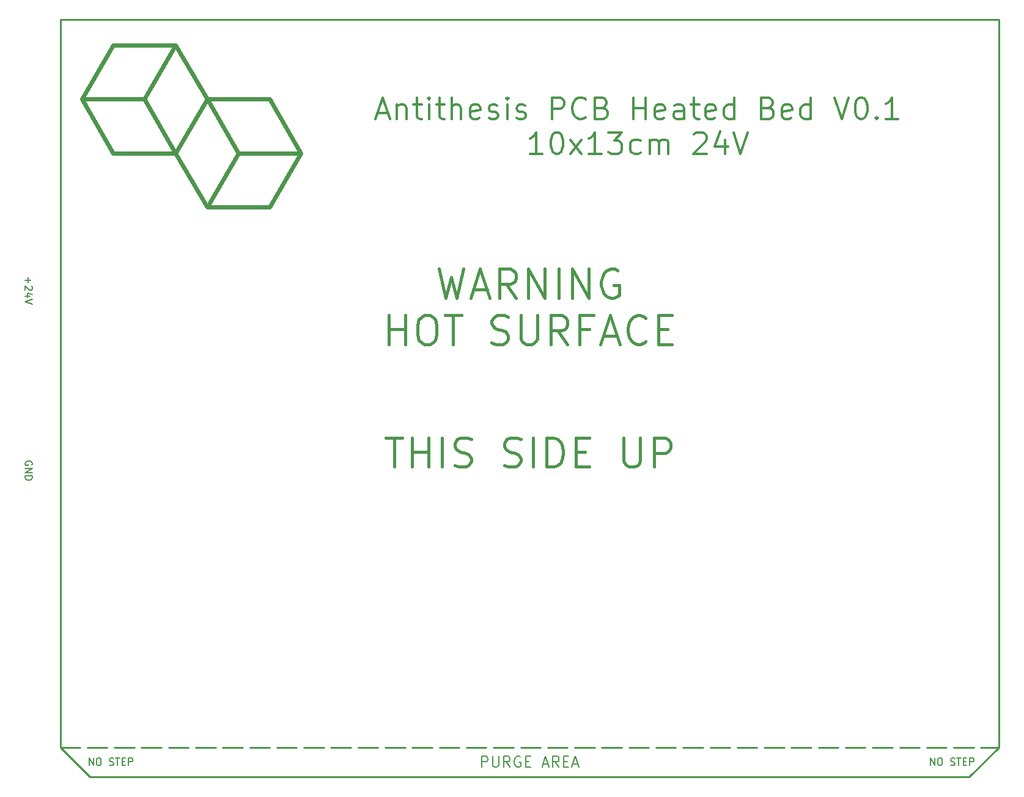
<source format=gbr>
G04 #@! TF.GenerationSoftware,KiCad,Pcbnew,8.0.8*
G04 #@! TF.CreationDate,2025-02-12T04:52:48-07:00*
G04 #@! TF.ProjectId,MK1 PCB BUILD PLATE,4d4b3120-5043-4422-9042-55494c442050,rev?*
G04 #@! TF.SameCoordinates,Original*
G04 #@! TF.FileFunction,Legend,Top*
G04 #@! TF.FilePolarity,Positive*
%FSLAX46Y46*%
G04 Gerber Fmt 4.6, Leading zero omitted, Abs format (unit mm)*
G04 Created by KiCad (PCBNEW 8.0.8) date 2025-02-12 04:52:48*
%MOMM*%
%LPD*%
G01*
G04 APERTURE LIST*
%ADD10C,0.600000*%
%ADD11C,0.030150*%
%ADD12C,0.250000*%
%ADD13C,0.200000*%
%ADD14C,0.300000*%
%ADD15C,0.400000*%
%ADD16C,3.200000*%
%ADD17C,6.400000*%
%ADD18C,5.000000*%
G04 APERTURE END LIST*
D10*
X102090382Y-55433975D02*
X106420509Y-47933975D01*
X89100001Y-47933975D02*
X97760255Y-47933975D01*
X97760255Y-47933975D02*
X102090382Y-55433975D01*
X106420509Y-62933975D02*
X110750636Y-55433975D01*
X97760255Y-47933975D02*
X102090382Y-40433975D01*
X93430128Y-55433975D02*
X102090382Y-55433975D01*
D11*
X110765711Y-55433975D02*
G75*
G02*
X110735561Y-55433975I-15075J0D01*
G01*
X110735561Y-55433975D02*
G75*
G02*
X110765711Y-55433975I15075J0D01*
G01*
D12*
X211978681Y-141937950D02*
X216100002Y-137816630D01*
X216100002Y-137816630D02*
X216100002Y-36937950D01*
D10*
X119410890Y-55433975D02*
X115080763Y-47933975D01*
D12*
X86100002Y-137816630D02*
X88850002Y-137816630D01*
X89850002Y-137816630D02*
X92600002Y-137816630D01*
X93600002Y-137816630D02*
X96350002Y-137816630D01*
X97350002Y-137816630D02*
X100100002Y-137816630D01*
X101100002Y-137816630D02*
X103850002Y-137816630D01*
X104850002Y-137816630D02*
X107600002Y-137816630D01*
X108600002Y-137816630D02*
X111350002Y-137816630D01*
X112350002Y-137816630D02*
X115100002Y-137816630D01*
X116100002Y-137816630D02*
X118850002Y-137816630D01*
X119850002Y-137816630D02*
X122600002Y-137816630D01*
X123600002Y-137816630D02*
X126350002Y-137816630D01*
X127350002Y-137816630D02*
X130100002Y-137816630D01*
X131100002Y-137816630D02*
X133850002Y-137816630D01*
X134850002Y-137816630D02*
X137600002Y-137816630D01*
X138600002Y-137816630D02*
X141350002Y-137816630D01*
X142350002Y-137816630D02*
X145100002Y-137816630D01*
X146100002Y-137816630D02*
X148850002Y-137816630D01*
X149850002Y-137816630D02*
X152600002Y-137816630D01*
X153600002Y-137816630D02*
X156350002Y-137816630D01*
X157350002Y-137816630D02*
X160100002Y-137816630D01*
X161100002Y-137816630D02*
X163850002Y-137816630D01*
X164850002Y-137816630D02*
X167600002Y-137816630D01*
X168600002Y-137816630D02*
X171350002Y-137816630D01*
X172350002Y-137816630D02*
X175100002Y-137816630D01*
X176100002Y-137816630D02*
X178850002Y-137816630D01*
X179850002Y-137816630D02*
X182600002Y-137816630D01*
X183600002Y-137816630D02*
X186350002Y-137816630D01*
X187350002Y-137816630D02*
X190100002Y-137816630D01*
X191100002Y-137816630D02*
X193850002Y-137816630D01*
X194850002Y-137816630D02*
X197600002Y-137816630D01*
X198600002Y-137816630D02*
X201350002Y-137816630D01*
X202350002Y-137816630D02*
X205100002Y-137816630D01*
X206100002Y-137816630D02*
X208850002Y-137816630D01*
X209850002Y-137816630D02*
X212600002Y-137816630D01*
X213600002Y-137816630D02*
X216100002Y-137816630D01*
D10*
X106420509Y-47933975D02*
X102090382Y-55433975D01*
X102090382Y-40433975D02*
X93430128Y-40433975D01*
X115080763Y-47933975D02*
X106420509Y-47933975D01*
D12*
X90221322Y-141937950D02*
X211978681Y-141937950D01*
D10*
X110750636Y-55433975D02*
X106420509Y-47933975D01*
D11*
X97775330Y-47933975D02*
G75*
G02*
X97745180Y-47933975I-15075J0D01*
G01*
X97745180Y-47933975D02*
G75*
G02*
X97775330Y-47933975I15075J0D01*
G01*
D12*
X86100002Y-137816630D02*
X90221322Y-141937950D01*
D10*
X106420509Y-47933975D02*
X102090382Y-40433975D01*
X115080763Y-62933975D02*
X119410890Y-55433975D01*
X110750636Y-55433975D02*
X119410890Y-55433975D01*
X106420509Y-62933975D02*
X115080763Y-62933975D01*
X93430128Y-40433975D02*
X89100001Y-47933975D01*
D12*
X216100002Y-36937950D02*
X86100002Y-36937950D01*
D10*
X102090382Y-55433975D02*
X106420509Y-62933975D01*
D12*
X86100002Y-36937950D02*
X86100002Y-137816630D01*
D10*
X89100001Y-47933975D02*
X93430128Y-55433975D01*
D13*
X90100001Y-140301194D02*
X90100001Y-139301194D01*
X90100001Y-139301194D02*
X90671429Y-140301194D01*
X90671429Y-140301194D02*
X90671429Y-139301194D01*
X91338096Y-139301194D02*
X91528572Y-139301194D01*
X91528572Y-139301194D02*
X91623810Y-139348813D01*
X91623810Y-139348813D02*
X91719048Y-139444051D01*
X91719048Y-139444051D02*
X91766667Y-139634527D01*
X91766667Y-139634527D02*
X91766667Y-139967860D01*
X91766667Y-139967860D02*
X91719048Y-140158336D01*
X91719048Y-140158336D02*
X91623810Y-140253575D01*
X91623810Y-140253575D02*
X91528572Y-140301194D01*
X91528572Y-140301194D02*
X91338096Y-140301194D01*
X91338096Y-140301194D02*
X91242858Y-140253575D01*
X91242858Y-140253575D02*
X91147620Y-140158336D01*
X91147620Y-140158336D02*
X91100001Y-139967860D01*
X91100001Y-139967860D02*
X91100001Y-139634527D01*
X91100001Y-139634527D02*
X91147620Y-139444051D01*
X91147620Y-139444051D02*
X91242858Y-139348813D01*
X91242858Y-139348813D02*
X91338096Y-139301194D01*
X92909525Y-140253575D02*
X93052382Y-140301194D01*
X93052382Y-140301194D02*
X93290477Y-140301194D01*
X93290477Y-140301194D02*
X93385715Y-140253575D01*
X93385715Y-140253575D02*
X93433334Y-140205955D01*
X93433334Y-140205955D02*
X93480953Y-140110717D01*
X93480953Y-140110717D02*
X93480953Y-140015479D01*
X93480953Y-140015479D02*
X93433334Y-139920241D01*
X93433334Y-139920241D02*
X93385715Y-139872622D01*
X93385715Y-139872622D02*
X93290477Y-139825003D01*
X93290477Y-139825003D02*
X93100001Y-139777384D01*
X93100001Y-139777384D02*
X93004763Y-139729765D01*
X93004763Y-139729765D02*
X92957144Y-139682146D01*
X92957144Y-139682146D02*
X92909525Y-139586908D01*
X92909525Y-139586908D02*
X92909525Y-139491670D01*
X92909525Y-139491670D02*
X92957144Y-139396432D01*
X92957144Y-139396432D02*
X93004763Y-139348813D01*
X93004763Y-139348813D02*
X93100001Y-139301194D01*
X93100001Y-139301194D02*
X93338096Y-139301194D01*
X93338096Y-139301194D02*
X93480953Y-139348813D01*
X93766668Y-139301194D02*
X94338096Y-139301194D01*
X94052382Y-140301194D02*
X94052382Y-139301194D01*
X94671430Y-139777384D02*
X95004763Y-139777384D01*
X95147620Y-140301194D02*
X94671430Y-140301194D01*
X94671430Y-140301194D02*
X94671430Y-139301194D01*
X94671430Y-139301194D02*
X95147620Y-139301194D01*
X95576192Y-140301194D02*
X95576192Y-139301194D01*
X95576192Y-139301194D02*
X95957144Y-139301194D01*
X95957144Y-139301194D02*
X96052382Y-139348813D01*
X96052382Y-139348813D02*
X96100001Y-139396432D01*
X96100001Y-139396432D02*
X96147620Y-139491670D01*
X96147620Y-139491670D02*
X96147620Y-139634527D01*
X96147620Y-139634527D02*
X96100001Y-139729765D01*
X96100001Y-139729765D02*
X96052382Y-139777384D01*
X96052382Y-139777384D02*
X95957144Y-139825003D01*
X95957144Y-139825003D02*
X95576192Y-139825003D01*
D14*
X130028571Y-49864257D02*
X131457143Y-49864257D01*
X129742857Y-50721400D02*
X130742857Y-47721400D01*
X130742857Y-47721400D02*
X131742857Y-50721400D01*
X132742857Y-48721400D02*
X132742857Y-50721400D01*
X132742857Y-49007114D02*
X132885714Y-48864257D01*
X132885714Y-48864257D02*
X133171429Y-48721400D01*
X133171429Y-48721400D02*
X133600000Y-48721400D01*
X133600000Y-48721400D02*
X133885714Y-48864257D01*
X133885714Y-48864257D02*
X134028572Y-49149971D01*
X134028572Y-49149971D02*
X134028572Y-50721400D01*
X135028572Y-48721400D02*
X136171429Y-48721400D01*
X135457143Y-47721400D02*
X135457143Y-50292828D01*
X135457143Y-50292828D02*
X135600000Y-50578543D01*
X135600000Y-50578543D02*
X135885715Y-50721400D01*
X135885715Y-50721400D02*
X136171429Y-50721400D01*
X137171429Y-50721400D02*
X137171429Y-48721400D01*
X137171429Y-47721400D02*
X137028572Y-47864257D01*
X137028572Y-47864257D02*
X137171429Y-48007114D01*
X137171429Y-48007114D02*
X137314286Y-47864257D01*
X137314286Y-47864257D02*
X137171429Y-47721400D01*
X137171429Y-47721400D02*
X137171429Y-48007114D01*
X138171429Y-48721400D02*
X139314286Y-48721400D01*
X138600000Y-47721400D02*
X138600000Y-50292828D01*
X138600000Y-50292828D02*
X138742857Y-50578543D01*
X138742857Y-50578543D02*
X139028572Y-50721400D01*
X139028572Y-50721400D02*
X139314286Y-50721400D01*
X140314286Y-50721400D02*
X140314286Y-47721400D01*
X141600001Y-50721400D02*
X141600001Y-49149971D01*
X141600001Y-49149971D02*
X141457143Y-48864257D01*
X141457143Y-48864257D02*
X141171429Y-48721400D01*
X141171429Y-48721400D02*
X140742858Y-48721400D01*
X140742858Y-48721400D02*
X140457143Y-48864257D01*
X140457143Y-48864257D02*
X140314286Y-49007114D01*
X144171429Y-50578543D02*
X143885715Y-50721400D01*
X143885715Y-50721400D02*
X143314287Y-50721400D01*
X143314287Y-50721400D02*
X143028572Y-50578543D01*
X143028572Y-50578543D02*
X142885715Y-50292828D01*
X142885715Y-50292828D02*
X142885715Y-49149971D01*
X142885715Y-49149971D02*
X143028572Y-48864257D01*
X143028572Y-48864257D02*
X143314287Y-48721400D01*
X143314287Y-48721400D02*
X143885715Y-48721400D01*
X143885715Y-48721400D02*
X144171429Y-48864257D01*
X144171429Y-48864257D02*
X144314287Y-49149971D01*
X144314287Y-49149971D02*
X144314287Y-49435685D01*
X144314287Y-49435685D02*
X142885715Y-49721400D01*
X145457144Y-50578543D02*
X145742858Y-50721400D01*
X145742858Y-50721400D02*
X146314287Y-50721400D01*
X146314287Y-50721400D02*
X146600001Y-50578543D01*
X146600001Y-50578543D02*
X146742858Y-50292828D01*
X146742858Y-50292828D02*
X146742858Y-50149971D01*
X146742858Y-50149971D02*
X146600001Y-49864257D01*
X146600001Y-49864257D02*
X146314287Y-49721400D01*
X146314287Y-49721400D02*
X145885716Y-49721400D01*
X145885716Y-49721400D02*
X145600001Y-49578543D01*
X145600001Y-49578543D02*
X145457144Y-49292828D01*
X145457144Y-49292828D02*
X145457144Y-49149971D01*
X145457144Y-49149971D02*
X145600001Y-48864257D01*
X145600001Y-48864257D02*
X145885716Y-48721400D01*
X145885716Y-48721400D02*
X146314287Y-48721400D01*
X146314287Y-48721400D02*
X146600001Y-48864257D01*
X148028572Y-50721400D02*
X148028572Y-48721400D01*
X148028572Y-47721400D02*
X147885715Y-47864257D01*
X147885715Y-47864257D02*
X148028572Y-48007114D01*
X148028572Y-48007114D02*
X148171429Y-47864257D01*
X148171429Y-47864257D02*
X148028572Y-47721400D01*
X148028572Y-47721400D02*
X148028572Y-48007114D01*
X149314286Y-50578543D02*
X149600000Y-50721400D01*
X149600000Y-50721400D02*
X150171429Y-50721400D01*
X150171429Y-50721400D02*
X150457143Y-50578543D01*
X150457143Y-50578543D02*
X150600000Y-50292828D01*
X150600000Y-50292828D02*
X150600000Y-50149971D01*
X150600000Y-50149971D02*
X150457143Y-49864257D01*
X150457143Y-49864257D02*
X150171429Y-49721400D01*
X150171429Y-49721400D02*
X149742858Y-49721400D01*
X149742858Y-49721400D02*
X149457143Y-49578543D01*
X149457143Y-49578543D02*
X149314286Y-49292828D01*
X149314286Y-49292828D02*
X149314286Y-49149971D01*
X149314286Y-49149971D02*
X149457143Y-48864257D01*
X149457143Y-48864257D02*
X149742858Y-48721400D01*
X149742858Y-48721400D02*
X150171429Y-48721400D01*
X150171429Y-48721400D02*
X150457143Y-48864257D01*
X154171428Y-50721400D02*
X154171428Y-47721400D01*
X154171428Y-47721400D02*
X155314285Y-47721400D01*
X155314285Y-47721400D02*
X155600000Y-47864257D01*
X155600000Y-47864257D02*
X155742857Y-48007114D01*
X155742857Y-48007114D02*
X155885714Y-48292828D01*
X155885714Y-48292828D02*
X155885714Y-48721400D01*
X155885714Y-48721400D02*
X155742857Y-49007114D01*
X155742857Y-49007114D02*
X155600000Y-49149971D01*
X155600000Y-49149971D02*
X155314285Y-49292828D01*
X155314285Y-49292828D02*
X154171428Y-49292828D01*
X158885714Y-50435685D02*
X158742857Y-50578543D01*
X158742857Y-50578543D02*
X158314285Y-50721400D01*
X158314285Y-50721400D02*
X158028571Y-50721400D01*
X158028571Y-50721400D02*
X157600000Y-50578543D01*
X157600000Y-50578543D02*
X157314285Y-50292828D01*
X157314285Y-50292828D02*
X157171428Y-50007114D01*
X157171428Y-50007114D02*
X157028571Y-49435685D01*
X157028571Y-49435685D02*
X157028571Y-49007114D01*
X157028571Y-49007114D02*
X157171428Y-48435685D01*
X157171428Y-48435685D02*
X157314285Y-48149971D01*
X157314285Y-48149971D02*
X157600000Y-47864257D01*
X157600000Y-47864257D02*
X158028571Y-47721400D01*
X158028571Y-47721400D02*
X158314285Y-47721400D01*
X158314285Y-47721400D02*
X158742857Y-47864257D01*
X158742857Y-47864257D02*
X158885714Y-48007114D01*
X161171428Y-49149971D02*
X161600000Y-49292828D01*
X161600000Y-49292828D02*
X161742857Y-49435685D01*
X161742857Y-49435685D02*
X161885714Y-49721400D01*
X161885714Y-49721400D02*
X161885714Y-50149971D01*
X161885714Y-50149971D02*
X161742857Y-50435685D01*
X161742857Y-50435685D02*
X161600000Y-50578543D01*
X161600000Y-50578543D02*
X161314285Y-50721400D01*
X161314285Y-50721400D02*
X160171428Y-50721400D01*
X160171428Y-50721400D02*
X160171428Y-47721400D01*
X160171428Y-47721400D02*
X161171428Y-47721400D01*
X161171428Y-47721400D02*
X161457143Y-47864257D01*
X161457143Y-47864257D02*
X161600000Y-48007114D01*
X161600000Y-48007114D02*
X161742857Y-48292828D01*
X161742857Y-48292828D02*
X161742857Y-48578543D01*
X161742857Y-48578543D02*
X161600000Y-48864257D01*
X161600000Y-48864257D02*
X161457143Y-49007114D01*
X161457143Y-49007114D02*
X161171428Y-49149971D01*
X161171428Y-49149971D02*
X160171428Y-49149971D01*
X165457142Y-50721400D02*
X165457142Y-47721400D01*
X165457142Y-49149971D02*
X167171428Y-49149971D01*
X167171428Y-50721400D02*
X167171428Y-47721400D01*
X169742856Y-50578543D02*
X169457142Y-50721400D01*
X169457142Y-50721400D02*
X168885714Y-50721400D01*
X168885714Y-50721400D02*
X168599999Y-50578543D01*
X168599999Y-50578543D02*
X168457142Y-50292828D01*
X168457142Y-50292828D02*
X168457142Y-49149971D01*
X168457142Y-49149971D02*
X168599999Y-48864257D01*
X168599999Y-48864257D02*
X168885714Y-48721400D01*
X168885714Y-48721400D02*
X169457142Y-48721400D01*
X169457142Y-48721400D02*
X169742856Y-48864257D01*
X169742856Y-48864257D02*
X169885714Y-49149971D01*
X169885714Y-49149971D02*
X169885714Y-49435685D01*
X169885714Y-49435685D02*
X168457142Y-49721400D01*
X172457143Y-50721400D02*
X172457143Y-49149971D01*
X172457143Y-49149971D02*
X172314285Y-48864257D01*
X172314285Y-48864257D02*
X172028571Y-48721400D01*
X172028571Y-48721400D02*
X171457143Y-48721400D01*
X171457143Y-48721400D02*
X171171428Y-48864257D01*
X172457143Y-50578543D02*
X172171428Y-50721400D01*
X172171428Y-50721400D02*
X171457143Y-50721400D01*
X171457143Y-50721400D02*
X171171428Y-50578543D01*
X171171428Y-50578543D02*
X171028571Y-50292828D01*
X171028571Y-50292828D02*
X171028571Y-50007114D01*
X171028571Y-50007114D02*
X171171428Y-49721400D01*
X171171428Y-49721400D02*
X171457143Y-49578543D01*
X171457143Y-49578543D02*
X172171428Y-49578543D01*
X172171428Y-49578543D02*
X172457143Y-49435685D01*
X173457143Y-48721400D02*
X174600000Y-48721400D01*
X173885714Y-47721400D02*
X173885714Y-50292828D01*
X173885714Y-50292828D02*
X174028571Y-50578543D01*
X174028571Y-50578543D02*
X174314286Y-50721400D01*
X174314286Y-50721400D02*
X174600000Y-50721400D01*
X176742857Y-50578543D02*
X176457143Y-50721400D01*
X176457143Y-50721400D02*
X175885715Y-50721400D01*
X175885715Y-50721400D02*
X175600000Y-50578543D01*
X175600000Y-50578543D02*
X175457143Y-50292828D01*
X175457143Y-50292828D02*
X175457143Y-49149971D01*
X175457143Y-49149971D02*
X175600000Y-48864257D01*
X175600000Y-48864257D02*
X175885715Y-48721400D01*
X175885715Y-48721400D02*
X176457143Y-48721400D01*
X176457143Y-48721400D02*
X176742857Y-48864257D01*
X176742857Y-48864257D02*
X176885715Y-49149971D01*
X176885715Y-49149971D02*
X176885715Y-49435685D01*
X176885715Y-49435685D02*
X175457143Y-49721400D01*
X179457144Y-50721400D02*
X179457144Y-47721400D01*
X179457144Y-50578543D02*
X179171429Y-50721400D01*
X179171429Y-50721400D02*
X178600001Y-50721400D01*
X178600001Y-50721400D02*
X178314286Y-50578543D01*
X178314286Y-50578543D02*
X178171429Y-50435685D01*
X178171429Y-50435685D02*
X178028572Y-50149971D01*
X178028572Y-50149971D02*
X178028572Y-49292828D01*
X178028572Y-49292828D02*
X178171429Y-49007114D01*
X178171429Y-49007114D02*
X178314286Y-48864257D01*
X178314286Y-48864257D02*
X178600001Y-48721400D01*
X178600001Y-48721400D02*
X179171429Y-48721400D01*
X179171429Y-48721400D02*
X179457144Y-48864257D01*
X184171429Y-49149971D02*
X184600001Y-49292828D01*
X184600001Y-49292828D02*
X184742858Y-49435685D01*
X184742858Y-49435685D02*
X184885715Y-49721400D01*
X184885715Y-49721400D02*
X184885715Y-50149971D01*
X184885715Y-50149971D02*
X184742858Y-50435685D01*
X184742858Y-50435685D02*
X184600001Y-50578543D01*
X184600001Y-50578543D02*
X184314286Y-50721400D01*
X184314286Y-50721400D02*
X183171429Y-50721400D01*
X183171429Y-50721400D02*
X183171429Y-47721400D01*
X183171429Y-47721400D02*
X184171429Y-47721400D01*
X184171429Y-47721400D02*
X184457144Y-47864257D01*
X184457144Y-47864257D02*
X184600001Y-48007114D01*
X184600001Y-48007114D02*
X184742858Y-48292828D01*
X184742858Y-48292828D02*
X184742858Y-48578543D01*
X184742858Y-48578543D02*
X184600001Y-48864257D01*
X184600001Y-48864257D02*
X184457144Y-49007114D01*
X184457144Y-49007114D02*
X184171429Y-49149971D01*
X184171429Y-49149971D02*
X183171429Y-49149971D01*
X187314286Y-50578543D02*
X187028572Y-50721400D01*
X187028572Y-50721400D02*
X186457144Y-50721400D01*
X186457144Y-50721400D02*
X186171429Y-50578543D01*
X186171429Y-50578543D02*
X186028572Y-50292828D01*
X186028572Y-50292828D02*
X186028572Y-49149971D01*
X186028572Y-49149971D02*
X186171429Y-48864257D01*
X186171429Y-48864257D02*
X186457144Y-48721400D01*
X186457144Y-48721400D02*
X187028572Y-48721400D01*
X187028572Y-48721400D02*
X187314286Y-48864257D01*
X187314286Y-48864257D02*
X187457144Y-49149971D01*
X187457144Y-49149971D02*
X187457144Y-49435685D01*
X187457144Y-49435685D02*
X186028572Y-49721400D01*
X190028573Y-50721400D02*
X190028573Y-47721400D01*
X190028573Y-50578543D02*
X189742858Y-50721400D01*
X189742858Y-50721400D02*
X189171430Y-50721400D01*
X189171430Y-50721400D02*
X188885715Y-50578543D01*
X188885715Y-50578543D02*
X188742858Y-50435685D01*
X188742858Y-50435685D02*
X188600001Y-50149971D01*
X188600001Y-50149971D02*
X188600001Y-49292828D01*
X188600001Y-49292828D02*
X188742858Y-49007114D01*
X188742858Y-49007114D02*
X188885715Y-48864257D01*
X188885715Y-48864257D02*
X189171430Y-48721400D01*
X189171430Y-48721400D02*
X189742858Y-48721400D01*
X189742858Y-48721400D02*
X190028573Y-48864257D01*
X193314287Y-47721400D02*
X194314287Y-50721400D01*
X194314287Y-50721400D02*
X195314287Y-47721400D01*
X196885716Y-47721400D02*
X197171430Y-47721400D01*
X197171430Y-47721400D02*
X197457144Y-47864257D01*
X197457144Y-47864257D02*
X197600002Y-48007114D01*
X197600002Y-48007114D02*
X197742859Y-48292828D01*
X197742859Y-48292828D02*
X197885716Y-48864257D01*
X197885716Y-48864257D02*
X197885716Y-49578543D01*
X197885716Y-49578543D02*
X197742859Y-50149971D01*
X197742859Y-50149971D02*
X197600002Y-50435685D01*
X197600002Y-50435685D02*
X197457144Y-50578543D01*
X197457144Y-50578543D02*
X197171430Y-50721400D01*
X197171430Y-50721400D02*
X196885716Y-50721400D01*
X196885716Y-50721400D02*
X196600002Y-50578543D01*
X196600002Y-50578543D02*
X196457144Y-50435685D01*
X196457144Y-50435685D02*
X196314287Y-50149971D01*
X196314287Y-50149971D02*
X196171430Y-49578543D01*
X196171430Y-49578543D02*
X196171430Y-48864257D01*
X196171430Y-48864257D02*
X196314287Y-48292828D01*
X196314287Y-48292828D02*
X196457144Y-48007114D01*
X196457144Y-48007114D02*
X196600002Y-47864257D01*
X196600002Y-47864257D02*
X196885716Y-47721400D01*
X199171430Y-50435685D02*
X199314287Y-50578543D01*
X199314287Y-50578543D02*
X199171430Y-50721400D01*
X199171430Y-50721400D02*
X199028573Y-50578543D01*
X199028573Y-50578543D02*
X199171430Y-50435685D01*
X199171430Y-50435685D02*
X199171430Y-50721400D01*
X202171430Y-50721400D02*
X200457144Y-50721400D01*
X201314287Y-50721400D02*
X201314287Y-47721400D01*
X201314287Y-47721400D02*
X201028573Y-48149971D01*
X201028573Y-48149971D02*
X200742858Y-48435685D01*
X200742858Y-48435685D02*
X200457144Y-48578543D01*
X152885715Y-55551232D02*
X151171429Y-55551232D01*
X152028572Y-55551232D02*
X152028572Y-52551232D01*
X152028572Y-52551232D02*
X151742858Y-52979803D01*
X151742858Y-52979803D02*
X151457143Y-53265517D01*
X151457143Y-53265517D02*
X151171429Y-53408375D01*
X154742858Y-52551232D02*
X155028572Y-52551232D01*
X155028572Y-52551232D02*
X155314286Y-52694089D01*
X155314286Y-52694089D02*
X155457144Y-52836946D01*
X155457144Y-52836946D02*
X155600001Y-53122660D01*
X155600001Y-53122660D02*
X155742858Y-53694089D01*
X155742858Y-53694089D02*
X155742858Y-54408375D01*
X155742858Y-54408375D02*
X155600001Y-54979803D01*
X155600001Y-54979803D02*
X155457144Y-55265517D01*
X155457144Y-55265517D02*
X155314286Y-55408375D01*
X155314286Y-55408375D02*
X155028572Y-55551232D01*
X155028572Y-55551232D02*
X154742858Y-55551232D01*
X154742858Y-55551232D02*
X154457144Y-55408375D01*
X154457144Y-55408375D02*
X154314286Y-55265517D01*
X154314286Y-55265517D02*
X154171429Y-54979803D01*
X154171429Y-54979803D02*
X154028572Y-54408375D01*
X154028572Y-54408375D02*
X154028572Y-53694089D01*
X154028572Y-53694089D02*
X154171429Y-53122660D01*
X154171429Y-53122660D02*
X154314286Y-52836946D01*
X154314286Y-52836946D02*
X154457144Y-52694089D01*
X154457144Y-52694089D02*
X154742858Y-52551232D01*
X156742858Y-55551232D02*
X158314287Y-53551232D01*
X156742858Y-53551232D02*
X158314287Y-55551232D01*
X161028572Y-55551232D02*
X159314286Y-55551232D01*
X160171429Y-55551232D02*
X160171429Y-52551232D01*
X160171429Y-52551232D02*
X159885715Y-52979803D01*
X159885715Y-52979803D02*
X159600000Y-53265517D01*
X159600000Y-53265517D02*
X159314286Y-53408375D01*
X162028572Y-52551232D02*
X163885715Y-52551232D01*
X163885715Y-52551232D02*
X162885715Y-53694089D01*
X162885715Y-53694089D02*
X163314286Y-53694089D01*
X163314286Y-53694089D02*
X163600001Y-53836946D01*
X163600001Y-53836946D02*
X163742858Y-53979803D01*
X163742858Y-53979803D02*
X163885715Y-54265517D01*
X163885715Y-54265517D02*
X163885715Y-54979803D01*
X163885715Y-54979803D02*
X163742858Y-55265517D01*
X163742858Y-55265517D02*
X163600001Y-55408375D01*
X163600001Y-55408375D02*
X163314286Y-55551232D01*
X163314286Y-55551232D02*
X162457143Y-55551232D01*
X162457143Y-55551232D02*
X162171429Y-55408375D01*
X162171429Y-55408375D02*
X162028572Y-55265517D01*
X166457144Y-55408375D02*
X166171429Y-55551232D01*
X166171429Y-55551232D02*
X165600001Y-55551232D01*
X165600001Y-55551232D02*
X165314286Y-55408375D01*
X165314286Y-55408375D02*
X165171429Y-55265517D01*
X165171429Y-55265517D02*
X165028572Y-54979803D01*
X165028572Y-54979803D02*
X165028572Y-54122660D01*
X165028572Y-54122660D02*
X165171429Y-53836946D01*
X165171429Y-53836946D02*
X165314286Y-53694089D01*
X165314286Y-53694089D02*
X165600001Y-53551232D01*
X165600001Y-53551232D02*
X166171429Y-53551232D01*
X166171429Y-53551232D02*
X166457144Y-53694089D01*
X167742858Y-55551232D02*
X167742858Y-53551232D01*
X167742858Y-53836946D02*
X167885715Y-53694089D01*
X167885715Y-53694089D02*
X168171430Y-53551232D01*
X168171430Y-53551232D02*
X168600001Y-53551232D01*
X168600001Y-53551232D02*
X168885715Y-53694089D01*
X168885715Y-53694089D02*
X169028573Y-53979803D01*
X169028573Y-53979803D02*
X169028573Y-55551232D01*
X169028573Y-53979803D02*
X169171430Y-53694089D01*
X169171430Y-53694089D02*
X169457144Y-53551232D01*
X169457144Y-53551232D02*
X169885715Y-53551232D01*
X169885715Y-53551232D02*
X170171430Y-53694089D01*
X170171430Y-53694089D02*
X170314287Y-53979803D01*
X170314287Y-53979803D02*
X170314287Y-55551232D01*
X173885715Y-52836946D02*
X174028572Y-52694089D01*
X174028572Y-52694089D02*
X174314287Y-52551232D01*
X174314287Y-52551232D02*
X175028572Y-52551232D01*
X175028572Y-52551232D02*
X175314287Y-52694089D01*
X175314287Y-52694089D02*
X175457144Y-52836946D01*
X175457144Y-52836946D02*
X175600001Y-53122660D01*
X175600001Y-53122660D02*
X175600001Y-53408375D01*
X175600001Y-53408375D02*
X175457144Y-53836946D01*
X175457144Y-53836946D02*
X173742858Y-55551232D01*
X173742858Y-55551232D02*
X175600001Y-55551232D01*
X178171430Y-53551232D02*
X178171430Y-55551232D01*
X177457144Y-52408375D02*
X176742858Y-54551232D01*
X176742858Y-54551232D02*
X178600001Y-54551232D01*
X179314287Y-52551232D02*
X180314287Y-55551232D01*
X180314287Y-55551232D02*
X181314287Y-52551232D01*
D15*
X131195239Y-94923651D02*
X133480953Y-94923651D01*
X132338096Y-98923651D02*
X132338096Y-94923651D01*
X134814286Y-98923651D02*
X134814286Y-94923651D01*
X134814286Y-96828413D02*
X137100001Y-96828413D01*
X137100001Y-98923651D02*
X137100001Y-94923651D01*
X139004762Y-98923651D02*
X139004762Y-94923651D01*
X140719048Y-98733175D02*
X141290477Y-98923651D01*
X141290477Y-98923651D02*
X142242858Y-98923651D01*
X142242858Y-98923651D02*
X142623810Y-98733175D01*
X142623810Y-98733175D02*
X142814286Y-98542698D01*
X142814286Y-98542698D02*
X143004763Y-98161746D01*
X143004763Y-98161746D02*
X143004763Y-97780794D01*
X143004763Y-97780794D02*
X142814286Y-97399841D01*
X142814286Y-97399841D02*
X142623810Y-97209365D01*
X142623810Y-97209365D02*
X142242858Y-97018889D01*
X142242858Y-97018889D02*
X141480953Y-96828413D01*
X141480953Y-96828413D02*
X141100001Y-96637936D01*
X141100001Y-96637936D02*
X140909524Y-96447460D01*
X140909524Y-96447460D02*
X140719048Y-96066508D01*
X140719048Y-96066508D02*
X140719048Y-95685555D01*
X140719048Y-95685555D02*
X140909524Y-95304603D01*
X140909524Y-95304603D02*
X141100001Y-95114127D01*
X141100001Y-95114127D02*
X141480953Y-94923651D01*
X141480953Y-94923651D02*
X142433334Y-94923651D01*
X142433334Y-94923651D02*
X143004763Y-95114127D01*
X147576191Y-98733175D02*
X148147620Y-98923651D01*
X148147620Y-98923651D02*
X149100001Y-98923651D01*
X149100001Y-98923651D02*
X149480953Y-98733175D01*
X149480953Y-98733175D02*
X149671429Y-98542698D01*
X149671429Y-98542698D02*
X149861906Y-98161746D01*
X149861906Y-98161746D02*
X149861906Y-97780794D01*
X149861906Y-97780794D02*
X149671429Y-97399841D01*
X149671429Y-97399841D02*
X149480953Y-97209365D01*
X149480953Y-97209365D02*
X149100001Y-97018889D01*
X149100001Y-97018889D02*
X148338096Y-96828413D01*
X148338096Y-96828413D02*
X147957144Y-96637936D01*
X147957144Y-96637936D02*
X147766667Y-96447460D01*
X147766667Y-96447460D02*
X147576191Y-96066508D01*
X147576191Y-96066508D02*
X147576191Y-95685555D01*
X147576191Y-95685555D02*
X147766667Y-95304603D01*
X147766667Y-95304603D02*
X147957144Y-95114127D01*
X147957144Y-95114127D02*
X148338096Y-94923651D01*
X148338096Y-94923651D02*
X149290477Y-94923651D01*
X149290477Y-94923651D02*
X149861906Y-95114127D01*
X151576191Y-98923651D02*
X151576191Y-94923651D01*
X153480953Y-98923651D02*
X153480953Y-94923651D01*
X153480953Y-94923651D02*
X154433334Y-94923651D01*
X154433334Y-94923651D02*
X155004763Y-95114127D01*
X155004763Y-95114127D02*
X155385715Y-95495079D01*
X155385715Y-95495079D02*
X155576192Y-95876032D01*
X155576192Y-95876032D02*
X155766668Y-96637936D01*
X155766668Y-96637936D02*
X155766668Y-97209365D01*
X155766668Y-97209365D02*
X155576192Y-97971270D01*
X155576192Y-97971270D02*
X155385715Y-98352222D01*
X155385715Y-98352222D02*
X155004763Y-98733175D01*
X155004763Y-98733175D02*
X154433334Y-98923651D01*
X154433334Y-98923651D02*
X153480953Y-98923651D01*
X157480953Y-96828413D02*
X158814287Y-96828413D01*
X159385715Y-98923651D02*
X157480953Y-98923651D01*
X157480953Y-98923651D02*
X157480953Y-94923651D01*
X157480953Y-94923651D02*
X159385715Y-94923651D01*
X164147620Y-94923651D02*
X164147620Y-98161746D01*
X164147620Y-98161746D02*
X164338097Y-98542698D01*
X164338097Y-98542698D02*
X164528573Y-98733175D01*
X164528573Y-98733175D02*
X164909525Y-98923651D01*
X164909525Y-98923651D02*
X165671430Y-98923651D01*
X165671430Y-98923651D02*
X166052382Y-98733175D01*
X166052382Y-98733175D02*
X166242859Y-98542698D01*
X166242859Y-98542698D02*
X166433335Y-98161746D01*
X166433335Y-98161746D02*
X166433335Y-94923651D01*
X168338096Y-98923651D02*
X168338096Y-94923651D01*
X168338096Y-94923651D02*
X169861906Y-94923651D01*
X169861906Y-94923651D02*
X170242858Y-95114127D01*
X170242858Y-95114127D02*
X170433335Y-95304603D01*
X170433335Y-95304603D02*
X170623811Y-95685555D01*
X170623811Y-95685555D02*
X170623811Y-96256984D01*
X170623811Y-96256984D02*
X170433335Y-96637936D01*
X170433335Y-96637936D02*
X170242858Y-96828413D01*
X170242858Y-96828413D02*
X169861906Y-97018889D01*
X169861906Y-97018889D02*
X168338096Y-97018889D01*
D13*
X144457143Y-140540003D02*
X144457143Y-139040003D01*
X144457143Y-139040003D02*
X145028572Y-139040003D01*
X145028572Y-139040003D02*
X145171429Y-139111432D01*
X145171429Y-139111432D02*
X145242858Y-139182860D01*
X145242858Y-139182860D02*
X145314286Y-139325717D01*
X145314286Y-139325717D02*
X145314286Y-139540003D01*
X145314286Y-139540003D02*
X145242858Y-139682860D01*
X145242858Y-139682860D02*
X145171429Y-139754289D01*
X145171429Y-139754289D02*
X145028572Y-139825717D01*
X145028572Y-139825717D02*
X144457143Y-139825717D01*
X145957143Y-139040003D02*
X145957143Y-140254289D01*
X145957143Y-140254289D02*
X146028572Y-140397146D01*
X146028572Y-140397146D02*
X146100001Y-140468575D01*
X146100001Y-140468575D02*
X146242858Y-140540003D01*
X146242858Y-140540003D02*
X146528572Y-140540003D01*
X146528572Y-140540003D02*
X146671429Y-140468575D01*
X146671429Y-140468575D02*
X146742858Y-140397146D01*
X146742858Y-140397146D02*
X146814286Y-140254289D01*
X146814286Y-140254289D02*
X146814286Y-139040003D01*
X148385715Y-140540003D02*
X147885715Y-139825717D01*
X147528572Y-140540003D02*
X147528572Y-139040003D01*
X147528572Y-139040003D02*
X148100001Y-139040003D01*
X148100001Y-139040003D02*
X148242858Y-139111432D01*
X148242858Y-139111432D02*
X148314287Y-139182860D01*
X148314287Y-139182860D02*
X148385715Y-139325717D01*
X148385715Y-139325717D02*
X148385715Y-139540003D01*
X148385715Y-139540003D02*
X148314287Y-139682860D01*
X148314287Y-139682860D02*
X148242858Y-139754289D01*
X148242858Y-139754289D02*
X148100001Y-139825717D01*
X148100001Y-139825717D02*
X147528572Y-139825717D01*
X149814287Y-139111432D02*
X149671430Y-139040003D01*
X149671430Y-139040003D02*
X149457144Y-139040003D01*
X149457144Y-139040003D02*
X149242858Y-139111432D01*
X149242858Y-139111432D02*
X149100001Y-139254289D01*
X149100001Y-139254289D02*
X149028572Y-139397146D01*
X149028572Y-139397146D02*
X148957144Y-139682860D01*
X148957144Y-139682860D02*
X148957144Y-139897146D01*
X148957144Y-139897146D02*
X149028572Y-140182860D01*
X149028572Y-140182860D02*
X149100001Y-140325717D01*
X149100001Y-140325717D02*
X149242858Y-140468575D01*
X149242858Y-140468575D02*
X149457144Y-140540003D01*
X149457144Y-140540003D02*
X149600001Y-140540003D01*
X149600001Y-140540003D02*
X149814287Y-140468575D01*
X149814287Y-140468575D02*
X149885715Y-140397146D01*
X149885715Y-140397146D02*
X149885715Y-139897146D01*
X149885715Y-139897146D02*
X149600001Y-139897146D01*
X150528572Y-139754289D02*
X151028572Y-139754289D01*
X151242858Y-140540003D02*
X150528572Y-140540003D01*
X150528572Y-140540003D02*
X150528572Y-139040003D01*
X150528572Y-139040003D02*
X151242858Y-139040003D01*
X152957144Y-140111432D02*
X153671430Y-140111432D01*
X152814287Y-140540003D02*
X153314287Y-139040003D01*
X153314287Y-139040003D02*
X153814287Y-140540003D01*
X155171429Y-140540003D02*
X154671429Y-139825717D01*
X154314286Y-140540003D02*
X154314286Y-139040003D01*
X154314286Y-139040003D02*
X154885715Y-139040003D01*
X154885715Y-139040003D02*
X155028572Y-139111432D01*
X155028572Y-139111432D02*
X155100001Y-139182860D01*
X155100001Y-139182860D02*
X155171429Y-139325717D01*
X155171429Y-139325717D02*
X155171429Y-139540003D01*
X155171429Y-139540003D02*
X155100001Y-139682860D01*
X155100001Y-139682860D02*
X155028572Y-139754289D01*
X155028572Y-139754289D02*
X154885715Y-139825717D01*
X154885715Y-139825717D02*
X154314286Y-139825717D01*
X155814286Y-139754289D02*
X156314286Y-139754289D01*
X156528572Y-140540003D02*
X155814286Y-140540003D01*
X155814286Y-140540003D02*
X155814286Y-139040003D01*
X155814286Y-139040003D02*
X156528572Y-139040003D01*
X157100001Y-140111432D02*
X157814287Y-140111432D01*
X156957144Y-140540003D02*
X157457144Y-139040003D01*
X157457144Y-139040003D02*
X157957144Y-140540003D01*
X82185162Y-98672070D02*
X82232781Y-98576832D01*
X82232781Y-98576832D02*
X82232781Y-98433975D01*
X82232781Y-98433975D02*
X82185162Y-98291118D01*
X82185162Y-98291118D02*
X82089924Y-98195880D01*
X82089924Y-98195880D02*
X81994686Y-98148261D01*
X81994686Y-98148261D02*
X81804210Y-98100642D01*
X81804210Y-98100642D02*
X81661353Y-98100642D01*
X81661353Y-98100642D02*
X81470877Y-98148261D01*
X81470877Y-98148261D02*
X81375639Y-98195880D01*
X81375639Y-98195880D02*
X81280401Y-98291118D01*
X81280401Y-98291118D02*
X81232781Y-98433975D01*
X81232781Y-98433975D02*
X81232781Y-98529213D01*
X81232781Y-98529213D02*
X81280401Y-98672070D01*
X81280401Y-98672070D02*
X81328020Y-98719689D01*
X81328020Y-98719689D02*
X81661353Y-98719689D01*
X81661353Y-98719689D02*
X81661353Y-98529213D01*
X81232781Y-99148261D02*
X82232781Y-99148261D01*
X82232781Y-99148261D02*
X81232781Y-99719689D01*
X81232781Y-99719689D02*
X82232781Y-99719689D01*
X81232781Y-100195880D02*
X82232781Y-100195880D01*
X82232781Y-100195880D02*
X82232781Y-100433975D01*
X82232781Y-100433975D02*
X82185162Y-100576832D01*
X82185162Y-100576832D02*
X82089924Y-100672070D01*
X82089924Y-100672070D02*
X81994686Y-100719689D01*
X81994686Y-100719689D02*
X81804210Y-100767308D01*
X81804210Y-100767308D02*
X81661353Y-100767308D01*
X81661353Y-100767308D02*
X81470877Y-100719689D01*
X81470877Y-100719689D02*
X81375639Y-100672070D01*
X81375639Y-100672070D02*
X81280401Y-100576832D01*
X81280401Y-100576832D02*
X81232781Y-100433975D01*
X81232781Y-100433975D02*
X81232781Y-100195880D01*
X206600001Y-140301194D02*
X206600001Y-139301194D01*
X206600001Y-139301194D02*
X207171429Y-140301194D01*
X207171429Y-140301194D02*
X207171429Y-139301194D01*
X207838096Y-139301194D02*
X208028572Y-139301194D01*
X208028572Y-139301194D02*
X208123810Y-139348813D01*
X208123810Y-139348813D02*
X208219048Y-139444051D01*
X208219048Y-139444051D02*
X208266667Y-139634527D01*
X208266667Y-139634527D02*
X208266667Y-139967860D01*
X208266667Y-139967860D02*
X208219048Y-140158336D01*
X208219048Y-140158336D02*
X208123810Y-140253575D01*
X208123810Y-140253575D02*
X208028572Y-140301194D01*
X208028572Y-140301194D02*
X207838096Y-140301194D01*
X207838096Y-140301194D02*
X207742858Y-140253575D01*
X207742858Y-140253575D02*
X207647620Y-140158336D01*
X207647620Y-140158336D02*
X207600001Y-139967860D01*
X207600001Y-139967860D02*
X207600001Y-139634527D01*
X207600001Y-139634527D02*
X207647620Y-139444051D01*
X207647620Y-139444051D02*
X207742858Y-139348813D01*
X207742858Y-139348813D02*
X207838096Y-139301194D01*
X209409525Y-140253575D02*
X209552382Y-140301194D01*
X209552382Y-140301194D02*
X209790477Y-140301194D01*
X209790477Y-140301194D02*
X209885715Y-140253575D01*
X209885715Y-140253575D02*
X209933334Y-140205955D01*
X209933334Y-140205955D02*
X209980953Y-140110717D01*
X209980953Y-140110717D02*
X209980953Y-140015479D01*
X209980953Y-140015479D02*
X209933334Y-139920241D01*
X209933334Y-139920241D02*
X209885715Y-139872622D01*
X209885715Y-139872622D02*
X209790477Y-139825003D01*
X209790477Y-139825003D02*
X209600001Y-139777384D01*
X209600001Y-139777384D02*
X209504763Y-139729765D01*
X209504763Y-139729765D02*
X209457144Y-139682146D01*
X209457144Y-139682146D02*
X209409525Y-139586908D01*
X209409525Y-139586908D02*
X209409525Y-139491670D01*
X209409525Y-139491670D02*
X209457144Y-139396432D01*
X209457144Y-139396432D02*
X209504763Y-139348813D01*
X209504763Y-139348813D02*
X209600001Y-139301194D01*
X209600001Y-139301194D02*
X209838096Y-139301194D01*
X209838096Y-139301194D02*
X209980953Y-139348813D01*
X210266668Y-139301194D02*
X210838096Y-139301194D01*
X210552382Y-140301194D02*
X210552382Y-139301194D01*
X211171430Y-139777384D02*
X211504763Y-139777384D01*
X211647620Y-140301194D02*
X211171430Y-140301194D01*
X211171430Y-140301194D02*
X211171430Y-139301194D01*
X211171430Y-139301194D02*
X211647620Y-139301194D01*
X212076192Y-140301194D02*
X212076192Y-139301194D01*
X212076192Y-139301194D02*
X212457144Y-139301194D01*
X212457144Y-139301194D02*
X212552382Y-139348813D01*
X212552382Y-139348813D02*
X212600001Y-139396432D01*
X212600001Y-139396432D02*
X212647620Y-139491670D01*
X212647620Y-139491670D02*
X212647620Y-139634527D01*
X212647620Y-139634527D02*
X212600001Y-139729765D01*
X212600001Y-139729765D02*
X212552382Y-139777384D01*
X212552382Y-139777384D02*
X212457144Y-139825003D01*
X212457144Y-139825003D02*
X212076192Y-139825003D01*
X81613734Y-72672070D02*
X81613734Y-73433975D01*
X81232781Y-73053022D02*
X81994686Y-73053022D01*
X82137543Y-73862546D02*
X82185162Y-73910165D01*
X82185162Y-73910165D02*
X82232781Y-74005403D01*
X82232781Y-74005403D02*
X82232781Y-74243498D01*
X82232781Y-74243498D02*
X82185162Y-74338736D01*
X82185162Y-74338736D02*
X82137543Y-74386355D01*
X82137543Y-74386355D02*
X82042305Y-74433974D01*
X82042305Y-74433974D02*
X81947067Y-74433974D01*
X81947067Y-74433974D02*
X81804210Y-74386355D01*
X81804210Y-74386355D02*
X81232781Y-73814927D01*
X81232781Y-73814927D02*
X81232781Y-74433974D01*
X81899448Y-75291117D02*
X81232781Y-75291117D01*
X82280401Y-75053022D02*
X81566115Y-74814927D01*
X81566115Y-74814927D02*
X81566115Y-75433974D01*
X82232781Y-75672070D02*
X81232781Y-76005403D01*
X81232781Y-76005403D02*
X82232781Y-76338736D01*
D15*
X138528572Y-71483875D02*
X139480953Y-75483875D01*
X139480953Y-75483875D02*
X140242858Y-72626732D01*
X140242858Y-72626732D02*
X141004763Y-75483875D01*
X141004763Y-75483875D02*
X141957144Y-71483875D01*
X143290477Y-74341018D02*
X145195239Y-74341018D01*
X142909525Y-75483875D02*
X144242858Y-71483875D01*
X144242858Y-71483875D02*
X145576192Y-75483875D01*
X149195239Y-75483875D02*
X147861905Y-73579113D01*
X146909524Y-75483875D02*
X146909524Y-71483875D01*
X146909524Y-71483875D02*
X148433334Y-71483875D01*
X148433334Y-71483875D02*
X148814286Y-71674351D01*
X148814286Y-71674351D02*
X149004763Y-71864827D01*
X149004763Y-71864827D02*
X149195239Y-72245779D01*
X149195239Y-72245779D02*
X149195239Y-72817208D01*
X149195239Y-72817208D02*
X149004763Y-73198160D01*
X149004763Y-73198160D02*
X148814286Y-73388637D01*
X148814286Y-73388637D02*
X148433334Y-73579113D01*
X148433334Y-73579113D02*
X146909524Y-73579113D01*
X150909524Y-75483875D02*
X150909524Y-71483875D01*
X150909524Y-71483875D02*
X153195239Y-75483875D01*
X153195239Y-75483875D02*
X153195239Y-71483875D01*
X155100000Y-75483875D02*
X155100000Y-71483875D01*
X157004762Y-75483875D02*
X157004762Y-71483875D01*
X157004762Y-71483875D02*
X159290477Y-75483875D01*
X159290477Y-75483875D02*
X159290477Y-71483875D01*
X163290477Y-71674351D02*
X162909524Y-71483875D01*
X162909524Y-71483875D02*
X162338096Y-71483875D01*
X162338096Y-71483875D02*
X161766667Y-71674351D01*
X161766667Y-71674351D02*
X161385715Y-72055303D01*
X161385715Y-72055303D02*
X161195238Y-72436256D01*
X161195238Y-72436256D02*
X161004762Y-73198160D01*
X161004762Y-73198160D02*
X161004762Y-73769589D01*
X161004762Y-73769589D02*
X161195238Y-74531494D01*
X161195238Y-74531494D02*
X161385715Y-74912446D01*
X161385715Y-74912446D02*
X161766667Y-75293399D01*
X161766667Y-75293399D02*
X162338096Y-75483875D01*
X162338096Y-75483875D02*
X162719048Y-75483875D01*
X162719048Y-75483875D02*
X163290477Y-75293399D01*
X163290477Y-75293399D02*
X163480953Y-75102922D01*
X163480953Y-75102922D02*
X163480953Y-73769589D01*
X163480953Y-73769589D02*
X162719048Y-73769589D01*
X131576191Y-81923651D02*
X131576191Y-77923651D01*
X131576191Y-79828413D02*
X133861906Y-79828413D01*
X133861906Y-81923651D02*
X133861906Y-77923651D01*
X136528572Y-77923651D02*
X137290477Y-77923651D01*
X137290477Y-77923651D02*
X137671429Y-78114127D01*
X137671429Y-78114127D02*
X138052382Y-78495079D01*
X138052382Y-78495079D02*
X138242858Y-79256984D01*
X138242858Y-79256984D02*
X138242858Y-80590317D01*
X138242858Y-80590317D02*
X138052382Y-81352222D01*
X138052382Y-81352222D02*
X137671429Y-81733175D01*
X137671429Y-81733175D02*
X137290477Y-81923651D01*
X137290477Y-81923651D02*
X136528572Y-81923651D01*
X136528572Y-81923651D02*
X136147620Y-81733175D01*
X136147620Y-81733175D02*
X135766667Y-81352222D01*
X135766667Y-81352222D02*
X135576191Y-80590317D01*
X135576191Y-80590317D02*
X135576191Y-79256984D01*
X135576191Y-79256984D02*
X135766667Y-78495079D01*
X135766667Y-78495079D02*
X136147620Y-78114127D01*
X136147620Y-78114127D02*
X136528572Y-77923651D01*
X139385715Y-77923651D02*
X141671429Y-77923651D01*
X140528572Y-81923651D02*
X140528572Y-77923651D01*
X145861905Y-81733175D02*
X146433334Y-81923651D01*
X146433334Y-81923651D02*
X147385715Y-81923651D01*
X147385715Y-81923651D02*
X147766667Y-81733175D01*
X147766667Y-81733175D02*
X147957143Y-81542698D01*
X147957143Y-81542698D02*
X148147620Y-81161746D01*
X148147620Y-81161746D02*
X148147620Y-80780794D01*
X148147620Y-80780794D02*
X147957143Y-80399841D01*
X147957143Y-80399841D02*
X147766667Y-80209365D01*
X147766667Y-80209365D02*
X147385715Y-80018889D01*
X147385715Y-80018889D02*
X146623810Y-79828413D01*
X146623810Y-79828413D02*
X146242858Y-79637936D01*
X146242858Y-79637936D02*
X146052381Y-79447460D01*
X146052381Y-79447460D02*
X145861905Y-79066508D01*
X145861905Y-79066508D02*
X145861905Y-78685555D01*
X145861905Y-78685555D02*
X146052381Y-78304603D01*
X146052381Y-78304603D02*
X146242858Y-78114127D01*
X146242858Y-78114127D02*
X146623810Y-77923651D01*
X146623810Y-77923651D02*
X147576191Y-77923651D01*
X147576191Y-77923651D02*
X148147620Y-78114127D01*
X149861905Y-77923651D02*
X149861905Y-81161746D01*
X149861905Y-81161746D02*
X150052382Y-81542698D01*
X150052382Y-81542698D02*
X150242858Y-81733175D01*
X150242858Y-81733175D02*
X150623810Y-81923651D01*
X150623810Y-81923651D02*
X151385715Y-81923651D01*
X151385715Y-81923651D02*
X151766667Y-81733175D01*
X151766667Y-81733175D02*
X151957144Y-81542698D01*
X151957144Y-81542698D02*
X152147620Y-81161746D01*
X152147620Y-81161746D02*
X152147620Y-77923651D01*
X156338096Y-81923651D02*
X155004762Y-80018889D01*
X154052381Y-81923651D02*
X154052381Y-77923651D01*
X154052381Y-77923651D02*
X155576191Y-77923651D01*
X155576191Y-77923651D02*
X155957143Y-78114127D01*
X155957143Y-78114127D02*
X156147620Y-78304603D01*
X156147620Y-78304603D02*
X156338096Y-78685555D01*
X156338096Y-78685555D02*
X156338096Y-79256984D01*
X156338096Y-79256984D02*
X156147620Y-79637936D01*
X156147620Y-79637936D02*
X155957143Y-79828413D01*
X155957143Y-79828413D02*
X155576191Y-80018889D01*
X155576191Y-80018889D02*
X154052381Y-80018889D01*
X159385715Y-79828413D02*
X158052381Y-79828413D01*
X158052381Y-81923651D02*
X158052381Y-77923651D01*
X158052381Y-77923651D02*
X159957143Y-77923651D01*
X161290476Y-80780794D02*
X163195238Y-80780794D01*
X160909524Y-81923651D02*
X162242857Y-77923651D01*
X162242857Y-77923651D02*
X163576191Y-81923651D01*
X167195238Y-81542698D02*
X167004762Y-81733175D01*
X167004762Y-81733175D02*
X166433333Y-81923651D01*
X166433333Y-81923651D02*
X166052381Y-81923651D01*
X166052381Y-81923651D02*
X165480952Y-81733175D01*
X165480952Y-81733175D02*
X165100000Y-81352222D01*
X165100000Y-81352222D02*
X164909523Y-80971270D01*
X164909523Y-80971270D02*
X164719047Y-80209365D01*
X164719047Y-80209365D02*
X164719047Y-79637936D01*
X164719047Y-79637936D02*
X164909523Y-78876032D01*
X164909523Y-78876032D02*
X165100000Y-78495079D01*
X165100000Y-78495079D02*
X165480952Y-78114127D01*
X165480952Y-78114127D02*
X166052381Y-77923651D01*
X166052381Y-77923651D02*
X166433333Y-77923651D01*
X166433333Y-77923651D02*
X167004762Y-78114127D01*
X167004762Y-78114127D02*
X167195238Y-78304603D01*
X168909523Y-79828413D02*
X170242857Y-79828413D01*
X170814285Y-81923651D02*
X168909523Y-81923651D01*
X168909523Y-81923651D02*
X168909523Y-77923651D01*
X168909523Y-77923651D02*
X170814285Y-77923651D01*
%LPC*%
D16*
X151100001Y-86933975D03*
X76600000Y-86933975D03*
X78100000Y-41933975D03*
X224100002Y-41933975D03*
X224100002Y-131933975D03*
X80850001Y-111933975D03*
D17*
X76600001Y-99433975D03*
D16*
X78100000Y-131933975D03*
D17*
X76600001Y-74433975D03*
D16*
X80850001Y-61933975D03*
D18*
X121100001Y-86933975D03*
%LPD*%
M02*

</source>
